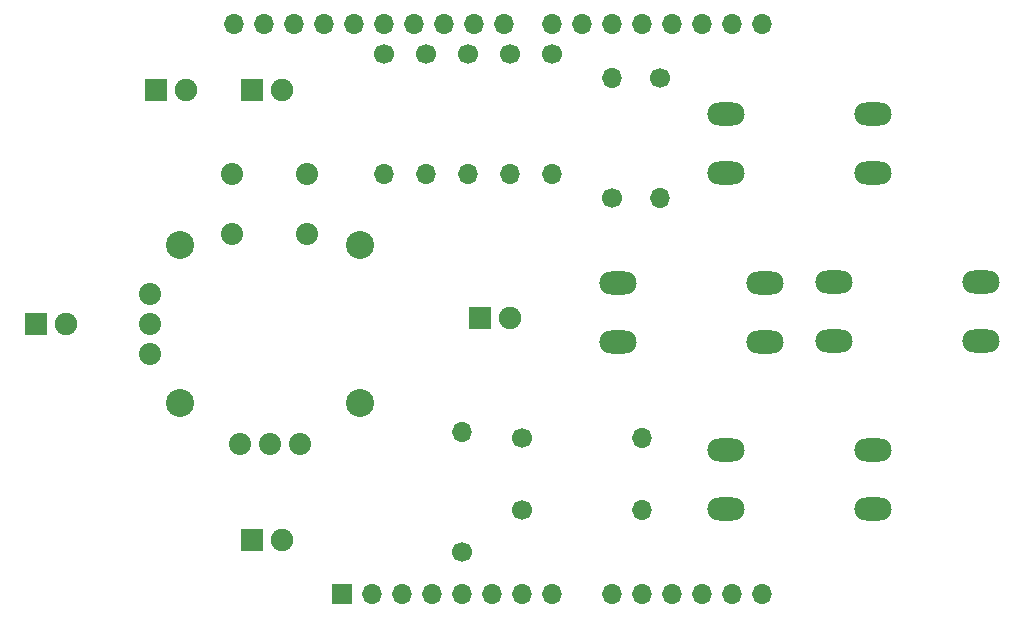
<source format=gbr>
%TF.GenerationSoftware,KiCad,Pcbnew,(5.1.6)-1*%
%TF.CreationDate,2020-10-09T01:51:47-07:00*%
%TF.ProjectId,Joystick_Follower_Hat,4a6f7973-7469-4636-9b5f-466f6c6c6f77,A*%
%TF.SameCoordinates,Original*%
%TF.FileFunction,Soldermask,Bot*%
%TF.FilePolarity,Negative*%
%FSLAX46Y46*%
G04 Gerber Fmt 4.6, Leading zero omitted, Abs format (unit mm)*
G04 Created by KiCad (PCBNEW (5.1.6)-1) date 2020-10-09 01:51:47*
%MOMM*%
%LPD*%
G01*
G04 APERTURE LIST*
%ADD10C,1.878000*%
%ADD11C,2.386000*%
%ADD12O,3.148000X1.950000*%
%ADD13O,1.700000X1.700000*%
%ADD14C,1.700000*%
%ADD15C,1.900000*%
%ADD16R,1.900000X1.900000*%
%ADD17R,1.700000X1.700000*%
G04 APERTURE END LIST*
D10*
%TO.C,U1*%
X135636000Y-111760000D03*
X135636000Y-109220000D03*
X135636000Y-106680000D03*
D11*
X153416000Y-102552500D03*
X153416000Y-115887500D03*
X138176000Y-115887500D03*
X138176000Y-102552500D03*
D10*
X148336000Y-119380000D03*
X145796000Y-119380000D03*
X143256000Y-119380000D03*
X148971000Y-101600000D03*
X142621000Y-101600000D03*
X148971000Y-96520000D03*
X142621000Y-96520000D03*
%TD*%
D12*
%TO.C,SW4*%
X184404000Y-124888000D03*
X184404000Y-119888000D03*
X196904000Y-124888000D03*
X196904000Y-119888000D03*
%TD*%
%TO.C,SW3*%
X175260000Y-110744000D03*
X175260000Y-105744000D03*
X187760000Y-110744000D03*
X187760000Y-105744000D03*
%TD*%
%TO.C,SW2*%
X193548000Y-110664000D03*
X193548000Y-105664000D03*
X206048000Y-110664000D03*
X206048000Y-105664000D03*
%TD*%
%TO.C,SW1*%
X184404000Y-96440000D03*
X184404000Y-91440000D03*
X196904000Y-96440000D03*
X196904000Y-91440000D03*
%TD*%
D13*
%TO.C,R10*%
X178816000Y-98552000D03*
D14*
X178816000Y-88392000D03*
%TD*%
D13*
%TO.C,R9*%
X174752000Y-88392000D03*
D14*
X174752000Y-98552000D03*
%TD*%
D13*
%TO.C,R8*%
X177292000Y-118872000D03*
D14*
X167132000Y-118872000D03*
%TD*%
D13*
%TO.C,R7*%
X162052000Y-118364000D03*
D14*
X162052000Y-128524000D03*
%TD*%
D13*
%TO.C,R6*%
X159004000Y-96520000D03*
D14*
X159004000Y-86360000D03*
%TD*%
D13*
%TO.C,R5*%
X155448000Y-96520000D03*
D14*
X155448000Y-86360000D03*
%TD*%
D13*
%TO.C,R4*%
X162560000Y-96520000D03*
D14*
X162560000Y-86360000D03*
%TD*%
D13*
%TO.C,R3*%
X166116000Y-96520000D03*
D14*
X166116000Y-86360000D03*
%TD*%
D13*
%TO.C,R2*%
X169672000Y-96520000D03*
D14*
X169672000Y-86360000D03*
%TD*%
D13*
%TO.C,R1*%
X177292000Y-124968000D03*
D14*
X167132000Y-124968000D03*
%TD*%
D15*
%TO.C,D5*%
X138684000Y-89408000D03*
D16*
X136144000Y-89408000D03*
%TD*%
D15*
%TO.C,D4*%
X128524000Y-109220000D03*
D16*
X125984000Y-109220000D03*
%TD*%
D15*
%TO.C,D3*%
X146812000Y-127508000D03*
D16*
X144272000Y-127508000D03*
%TD*%
D15*
%TO.C,D2*%
X166116000Y-108712000D03*
D16*
X163576000Y-108712000D03*
%TD*%
D15*
%TO.C,D1*%
X146812000Y-89408000D03*
D16*
X144272000Y-89408000D03*
%TD*%
D13*
%TO.C,A1*%
X184912000Y-83820000D03*
X187452000Y-83820000D03*
X147832000Y-83820000D03*
X187452000Y-132080000D03*
X150372000Y-83820000D03*
X184912000Y-132080000D03*
X152912000Y-83820000D03*
X182372000Y-132080000D03*
X155452000Y-83820000D03*
X179832000Y-132080000D03*
X157992000Y-83820000D03*
X177292000Y-132080000D03*
X160532000Y-83820000D03*
X174752000Y-132080000D03*
X163072000Y-83820000D03*
X169672000Y-132080000D03*
X165612000Y-83820000D03*
X167132000Y-132080000D03*
X169672000Y-83820000D03*
X164592000Y-132080000D03*
X172212000Y-83820000D03*
X162052000Y-132080000D03*
X174752000Y-83820000D03*
X159512000Y-132080000D03*
X177292000Y-83820000D03*
X156972000Y-132080000D03*
X179832000Y-83820000D03*
X154432000Y-132080000D03*
X182372000Y-83820000D03*
D17*
X151892000Y-132080000D03*
D13*
X145292000Y-83820000D03*
X142752000Y-83820000D03*
%TD*%
M02*

</source>
